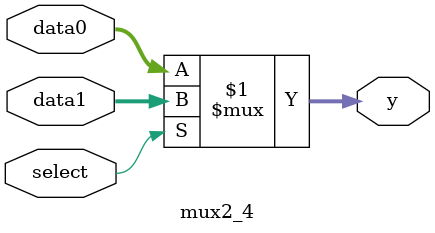
<source format=v>
module mux2_4(y, data1, data0, select);
    
  parameter wsize = 8;
  output [wsize-1:0] y;
    
  input [wsize-1:0] data1, data0;
    
  input select;
  assign y = select ? data1 : data0;

endmodule


</source>
